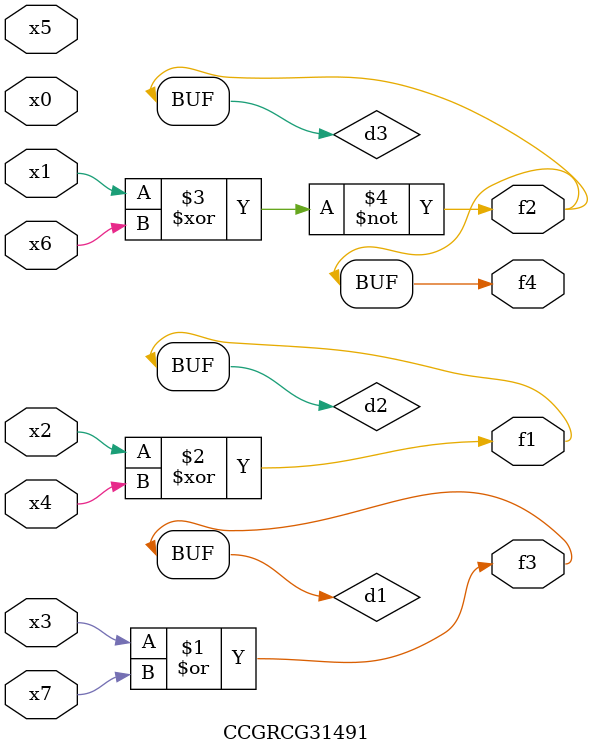
<source format=v>
module CCGRCG31491(
	input x0, x1, x2, x3, x4, x5, x6, x7,
	output f1, f2, f3, f4
);

	wire d1, d2, d3;

	or (d1, x3, x7);
	xor (d2, x2, x4);
	xnor (d3, x1, x6);
	assign f1 = d2;
	assign f2 = d3;
	assign f3 = d1;
	assign f4 = d3;
endmodule

</source>
